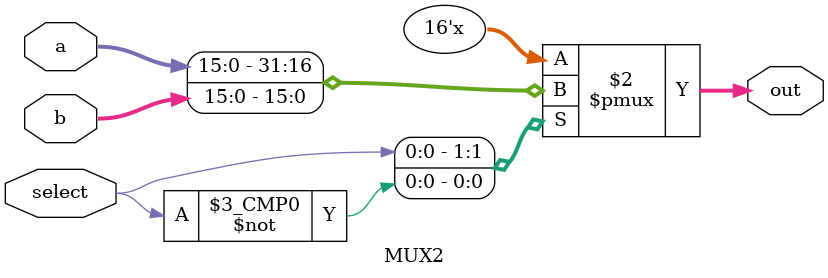
<source format=sv>
module datapath(writenum, write, readnum, clk, loada, loadb, loadc, loads, shift, ALUop, asel, bsel, vsel, ZNV_out, datapath_out, mdata, sximm8, sximm5, PC);

   input  [15:0] mdata, sximm8, sximm5;
   input  [2:0]	 writenum, readnum;
   input  [1:0]	 shift, ALUop, vsel;
   input	 write, clk, loada, loadb, loadc, loads, asel, bsel;
   input  [8:0]	 PC;
   output [15:0] datapath_out;
   output [2:0]	 ZNV_out;

   wire [15:0]	 data_in, data_out, in, Ain, Bin, out, sout, loadaout, C;
   wire [2:0]	 ZNV;	

   assign datapath_out = C;
   
   // Main datapath modules
   regfile REGFILE(data_in, writenum, write, readnum, clk, data_out);
   shifter U1(in, shift, sout);
   ALU U2(Ain, Bin, ALUop, out, ZNV);

   // Load enable datapath modules
   register_load_enable regA(data_out, loada, clk, loadaout);
   register_load_enable regB(data_out, loadb, clk, in);
   register_load_enable regC(out, loadc, clk, C);
   register_load_enable #(3) regZ(ZNV, loads, clk, ZNV_out); 

   // MUX datapath modules
   MUX4 V(mdata, sximm8, {7'b0, PC}, C, vsel, data_in);
   MUX2 A(16'b0, loadaout, asel, Ain);
   MUX2 B(sximm5, sout, bsel, Bin);

endmodule


module MUX4(a, b, c, d, select, out);
   input [15:0] a; // mdata
   input [15:0]	b; // sximm8
   input [15:0]	c; // {8'b9, PC}
   input [15:0]	d; // C 
   input [1:0]	select;
   output reg [15:0] out;

   always_comb begin
      case(select)
	2'b00: out = a;
	2'b01: out = b;
	2'b10: out = c;
	2'b11: out = d;
        default: out = 16'bxxxx_xxxx_xxxx_xxxx;
      endcase
   end
endmodule // MUX4


module MUX2(a, b, select, out);

   parameter n = 16;
   input[n-1:0] a; // The '1' input
   input[n-1:0] b; // The '0' input
   input       select;
   output reg[n-1:0]  out;
   
   always_comb begin
      case(select)
        1'b1: out = a;
        1'b0: out = b;
	default: out = {(n){1'bx}};
      endcase
   end
endmodule

</source>
